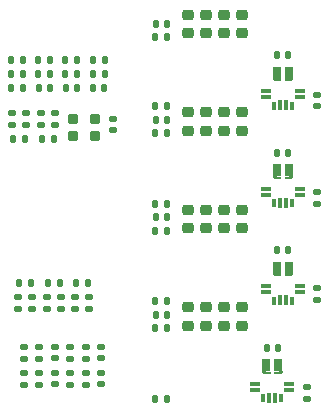
<source format=gtp>
%TF.GenerationSoftware,KiCad,Pcbnew,(7.0.0)*%
%TF.CreationDate,2023-10-30T13:55:29-04:00*%
%TF.ProjectId,ECE4760 Motor Driver,45434534-3736-4302-904d-6f746f722044,rev?*%
%TF.SameCoordinates,Original*%
%TF.FileFunction,Paste,Top*%
%TF.FilePolarity,Positive*%
%FSLAX46Y46*%
G04 Gerber Fmt 4.6, Leading zero omitted, Abs format (unit mm)*
G04 Created by KiCad (PCBNEW (7.0.0)) date 2023-10-30 13:55:29*
%MOMM*%
%LPD*%
G01*
G04 APERTURE LIST*
G04 Aperture macros list*
%AMRoundRect*
0 Rectangle with rounded corners*
0 $1 Rounding radius*
0 $2 $3 $4 $5 $6 $7 $8 $9 X,Y pos of 4 corners*
0 Add a 4 corners polygon primitive as box body*
4,1,4,$2,$3,$4,$5,$6,$7,$8,$9,$2,$3,0*
0 Add four circle primitives for the rounded corners*
1,1,$1+$1,$2,$3*
1,1,$1+$1,$4,$5*
1,1,$1+$1,$6,$7*
1,1,$1+$1,$8,$9*
0 Add four rect primitives between the rounded corners*
20,1,$1+$1,$2,$3,$4,$5,0*
20,1,$1+$1,$4,$5,$6,$7,0*
20,1,$1+$1,$6,$7,$8,$9,0*
20,1,$1+$1,$8,$9,$2,$3,0*%
%AMRotRect*
0 Rectangle, with rotation*
0 The origin of the aperture is its center*
0 $1 length*
0 $2 width*
0 $3 Rotation angle, in degrees counterclockwise*
0 Add horizontal line*
21,1,$1,$2,0,0,$3*%
G04 Aperture macros list end*
%ADD10RoundRect,0.135000X0.185000X-0.135000X0.185000X0.135000X-0.185000X0.135000X-0.185000X-0.135000X0*%
%ADD11RoundRect,0.135000X-0.135000X-0.185000X0.135000X-0.185000X0.135000X0.185000X-0.135000X0.185000X0*%
%ADD12R,0.800000X1.070000*%
%ADD13RotRect,0.282800X0.282800X315.000000*%
%ADD14R,0.600000X0.200000*%
%ADD15R,0.850000X0.300000*%
%ADD16R,0.300000X0.800000*%
%ADD17R,0.300000X0.850000*%
%ADD18RoundRect,0.140000X0.140000X0.170000X-0.140000X0.170000X-0.140000X-0.170000X0.140000X-0.170000X0*%
%ADD19RoundRect,0.140000X0.170000X-0.140000X0.170000X0.140000X-0.170000X0.140000X-0.170000X-0.140000X0*%
%ADD20RoundRect,0.135000X-0.185000X0.135000X-0.185000X-0.135000X0.185000X-0.135000X0.185000X0.135000X0*%
%ADD21RoundRect,0.225000X0.250000X-0.225000X0.250000X0.225000X-0.250000X0.225000X-0.250000X-0.225000X0*%
%ADD22RoundRect,0.140000X-0.170000X0.140000X-0.170000X-0.140000X0.170000X-0.140000X0.170000X0.140000X0*%
%ADD23RoundRect,0.135000X0.135000X0.185000X-0.135000X0.185000X-0.135000X-0.185000X0.135000X-0.185000X0*%
%ADD24RoundRect,0.140000X-0.140000X-0.170000X0.140000X-0.170000X0.140000X0.170000X-0.140000X0.170000X0*%
%ADD25RoundRect,0.200000X-0.250000X0.200000X-0.250000X-0.200000X0.250000X-0.200000X0.250000X0.200000X0*%
G04 APERTURE END LIST*
D10*
%TO.C,R24*%
X86300000Y-69610000D03*
X86300000Y-68590000D03*
%TD*%
D11*
%TO.C,R15*%
X90190000Y-49700000D03*
X91210000Y-49700000D03*
%TD*%
D12*
%TO.C,U2*%
X106798999Y-49606999D03*
D13*
X106998999Y-50141999D03*
D14*
X106698999Y-50241999D03*
D12*
X105798999Y-49606999D03*
D13*
X105598999Y-50141999D03*
D14*
X105898999Y-50241999D03*
D15*
X104848999Y-51156999D03*
X104848999Y-51656999D03*
D16*
X105548999Y-52406999D03*
D17*
X106048999Y-52356999D03*
X106548999Y-52356999D03*
D16*
X107048999Y-52406999D03*
D15*
X107748999Y-51656999D03*
X107748999Y-51156999D03*
%TD*%
D10*
%TO.C,R27*%
X88700000Y-69610000D03*
X88700000Y-68590000D03*
%TD*%
D18*
%TO.C,C28*%
X96492000Y-61849000D03*
X95532000Y-61849000D03*
%TD*%
D10*
%TO.C,R39*%
X84400000Y-76010000D03*
X84400000Y-74990000D03*
%TD*%
%TO.C,R38*%
X89600000Y-73810000D03*
X89600000Y-72790000D03*
%TD*%
D11*
%TO.C,R6*%
X95502000Y-60706000D03*
X96522000Y-60706000D03*
%TD*%
%TO.C,R12*%
X85590000Y-48500000D03*
X86610000Y-48500000D03*
%TD*%
D19*
%TO.C,C18*%
X109220000Y-52423000D03*
X109220000Y-51463000D03*
%TD*%
D10*
%TO.C,R41*%
X88300000Y-76010000D03*
X88300000Y-74990000D03*
%TD*%
D20*
%TO.C,R30*%
X84600000Y-52990000D03*
X84600000Y-54010000D03*
%TD*%
D10*
%TO.C,R26*%
X89899999Y-69610000D03*
X89899999Y-68590000D03*
%TD*%
D21*
%TO.C,C49*%
X102870000Y-62751000D03*
X102870000Y-61201000D03*
%TD*%
D10*
%TO.C,R40*%
X85700000Y-76010000D03*
X85700000Y-74990000D03*
%TD*%
D21*
%TO.C,C42*%
X98298000Y-54496000D03*
X98298000Y-52946000D03*
%TD*%
%TO.C,C39*%
X98298000Y-46241000D03*
X98298000Y-44691000D03*
%TD*%
D11*
%TO.C,R14*%
X90190000Y-48500000D03*
X91210000Y-48500000D03*
%TD*%
D21*
%TO.C,C50*%
X98298000Y-71006000D03*
X98298000Y-69456000D03*
%TD*%
D11*
%TO.C,R10*%
X95502000Y-77216000D03*
X96522000Y-77216000D03*
%TD*%
D22*
%TO.C,C11*%
X91900000Y-53520000D03*
X91900000Y-54480000D03*
%TD*%
D21*
%TO.C,C38*%
X99822000Y-46241000D03*
X99822000Y-44691000D03*
%TD*%
D20*
%TO.C,R33*%
X87000000Y-52990000D03*
X87000000Y-54010000D03*
%TD*%
D23*
%TO.C,R31*%
X84510000Y-55200000D03*
X83490000Y-55200000D03*
%TD*%
D21*
%TO.C,C44*%
X101346000Y-54496000D03*
X101346000Y-52946000D03*
%TD*%
D11*
%TO.C,R4*%
X95502000Y-52451000D03*
X96522000Y-52451000D03*
%TD*%
D24*
%TO.C,C35*%
X104930000Y-72898000D03*
X105890000Y-72898000D03*
%TD*%
%TO.C,C23*%
X105819000Y-56388000D03*
X106779000Y-56388000D03*
%TD*%
D23*
%TO.C,R11*%
X96522000Y-71247000D03*
X95502000Y-71247000D03*
%TD*%
D21*
%TO.C,C48*%
X101346000Y-62751000D03*
X101346000Y-61201000D03*
%TD*%
D19*
%TO.C,C36*%
X108331000Y-77188000D03*
X108331000Y-76228000D03*
%TD*%
D22*
%TO.C,C72*%
X87000000Y-75020000D03*
X87000000Y-75980000D03*
%TD*%
D10*
%TO.C,R20*%
X85100000Y-69610000D03*
X85100000Y-68590000D03*
%TD*%
D20*
%TO.C,R29*%
X83400000Y-52990000D03*
X83400000Y-54010000D03*
%TD*%
D19*
%TO.C,C30*%
X109220000Y-68806000D03*
X109220000Y-67846000D03*
%TD*%
D21*
%TO.C,C40*%
X101346000Y-46241000D03*
X101346000Y-44691000D03*
%TD*%
D11*
%TO.C,R18*%
X83290000Y-48500000D03*
X84310000Y-48500000D03*
%TD*%
D21*
%TO.C,C53*%
X102870000Y-71006000D03*
X102870000Y-69456000D03*
%TD*%
D10*
%TO.C,R42*%
X89600000Y-76010000D03*
X89600000Y-74990000D03*
%TD*%
%TO.C,R36*%
X85700000Y-73810000D03*
X85700000Y-72790000D03*
%TD*%
D22*
%TO.C,C71*%
X90900000Y-72820000D03*
X90900000Y-73780000D03*
%TD*%
D12*
%TO.C,U4*%
X106798999Y-66116999D03*
D13*
X106998999Y-66651999D03*
D14*
X106698999Y-66751999D03*
D12*
X105798999Y-66116999D03*
D13*
X105598999Y-66651999D03*
D14*
X105898999Y-66751999D03*
D15*
X104848999Y-67666999D03*
X104848999Y-68166999D03*
D16*
X105548999Y-68916999D03*
D17*
X106048999Y-68866999D03*
X106548999Y-68866999D03*
D16*
X107048999Y-68916999D03*
D15*
X107748999Y-68166999D03*
X107748999Y-67666999D03*
%TD*%
D20*
%TO.C,R32*%
X85800000Y-52990000D03*
X85800000Y-54010000D03*
%TD*%
D21*
%TO.C,C43*%
X99822000Y-54496000D03*
X99822000Y-52946000D03*
%TD*%
D10*
%TO.C,R21*%
X83900000Y-69610000D03*
X83900000Y-68590000D03*
%TD*%
D11*
%TO.C,R19*%
X83290000Y-49700000D03*
X84310000Y-49700000D03*
%TD*%
%TO.C,R28*%
X88790000Y-67400000D03*
X89810000Y-67400000D03*
%TD*%
D21*
%TO.C,C52*%
X101346000Y-71006000D03*
X101346000Y-69456000D03*
%TD*%
D11*
%TO.C,R17*%
X87890000Y-49700000D03*
X88910000Y-49700000D03*
%TD*%
D12*
%TO.C,U6*%
X105909999Y-74371999D03*
D13*
X106109999Y-74906999D03*
D14*
X105809999Y-75006999D03*
D12*
X104909999Y-74371999D03*
D13*
X104709999Y-74906999D03*
D14*
X105009999Y-75006999D03*
D15*
X103959999Y-75921999D03*
X103959999Y-76421999D03*
D16*
X104659999Y-77171999D03*
D17*
X105159999Y-77121999D03*
X105659999Y-77121999D03*
D16*
X106159999Y-77171999D03*
D15*
X106859999Y-76421999D03*
X106859999Y-75921999D03*
%TD*%
D11*
%TO.C,R13*%
X85590000Y-49700000D03*
X86610000Y-49700000D03*
%TD*%
D23*
%TO.C,R5*%
X96522000Y-46609000D03*
X95502000Y-46609000D03*
%TD*%
D21*
%TO.C,C41*%
X102870000Y-46241000D03*
X102870000Y-44691000D03*
%TD*%
D19*
%TO.C,C24*%
X109220000Y-60678000D03*
X109220000Y-59718000D03*
%TD*%
D10*
%TO.C,R23*%
X87500000Y-69610000D03*
X87500000Y-68590000D03*
%TD*%
%TO.C,R35*%
X84400000Y-73810000D03*
X84400000Y-72790000D03*
%TD*%
D18*
%TO.C,C22*%
X96492000Y-53594000D03*
X95532000Y-53594000D03*
%TD*%
%TO.C,C67*%
X91180000Y-50900000D03*
X90220000Y-50900000D03*
%TD*%
D12*
%TO.C,U3*%
X106798999Y-57861999D03*
D13*
X106998999Y-58396999D03*
D14*
X106698999Y-58496999D03*
D12*
X105798999Y-57861999D03*
D13*
X105598999Y-58396999D03*
D14*
X105898999Y-58496999D03*
D15*
X104848999Y-59411999D03*
X104848999Y-59911999D03*
D16*
X105548999Y-60661999D03*
D17*
X106048999Y-60611999D03*
X106548999Y-60611999D03*
D16*
X107048999Y-60661999D03*
D15*
X107748999Y-59911999D03*
X107748999Y-59411999D03*
%TD*%
D18*
%TO.C,C68*%
X88880000Y-50900000D03*
X87920000Y-50900000D03*
%TD*%
D24*
%TO.C,C17*%
X105819000Y-48133000D03*
X106779000Y-48133000D03*
%TD*%
D23*
%TO.C,R7*%
X96522000Y-54737000D03*
X95502000Y-54737000D03*
%TD*%
D18*
%TO.C,C34*%
X96492000Y-70104000D03*
X95532000Y-70104000D03*
%TD*%
%TO.C,C16*%
X96492000Y-45466000D03*
X95532000Y-45466000D03*
%TD*%
D25*
%TO.C,X1*%
X90425000Y-53475000D03*
X88575000Y-53475000D03*
X88575000Y-54925000D03*
X90425000Y-54925000D03*
%TD*%
D18*
%TO.C,C66*%
X86580000Y-50900000D03*
X85620000Y-50900000D03*
%TD*%
D23*
%TO.C,R34*%
X86910000Y-55200000D03*
X85890000Y-55200000D03*
%TD*%
%TO.C,R9*%
X96522000Y-62992000D03*
X95502000Y-62992000D03*
%TD*%
D11*
%TO.C,R25*%
X86390000Y-67400000D03*
X87410000Y-67400000D03*
%TD*%
D21*
%TO.C,C51*%
X99822000Y-71006000D03*
X99822000Y-69456000D03*
%TD*%
D11*
%TO.C,R22*%
X83990000Y-67400000D03*
X85010000Y-67400000D03*
%TD*%
%TO.C,R8*%
X95502000Y-68961000D03*
X96522000Y-68961000D03*
%TD*%
D22*
%TO.C,C73*%
X90900000Y-75020000D03*
X90900000Y-75980000D03*
%TD*%
D21*
%TO.C,C46*%
X98298000Y-62751000D03*
X98298000Y-61201000D03*
%TD*%
D24*
%TO.C,C29*%
X105819000Y-64643000D03*
X106779000Y-64643000D03*
%TD*%
D21*
%TO.C,C45*%
X102870000Y-54496000D03*
X102870000Y-52946000D03*
%TD*%
D11*
%TO.C,R16*%
X87890000Y-48500000D03*
X88910000Y-48500000D03*
%TD*%
D18*
%TO.C,C69*%
X84280000Y-50900000D03*
X83320000Y-50900000D03*
%TD*%
D22*
%TO.C,C70*%
X87000000Y-72820000D03*
X87000000Y-73780000D03*
%TD*%
D21*
%TO.C,C47*%
X99822000Y-62751000D03*
X99822000Y-61201000D03*
%TD*%
D10*
%TO.C,R37*%
X88300000Y-73810000D03*
X88300000Y-72790000D03*
%TD*%
M02*

</source>
